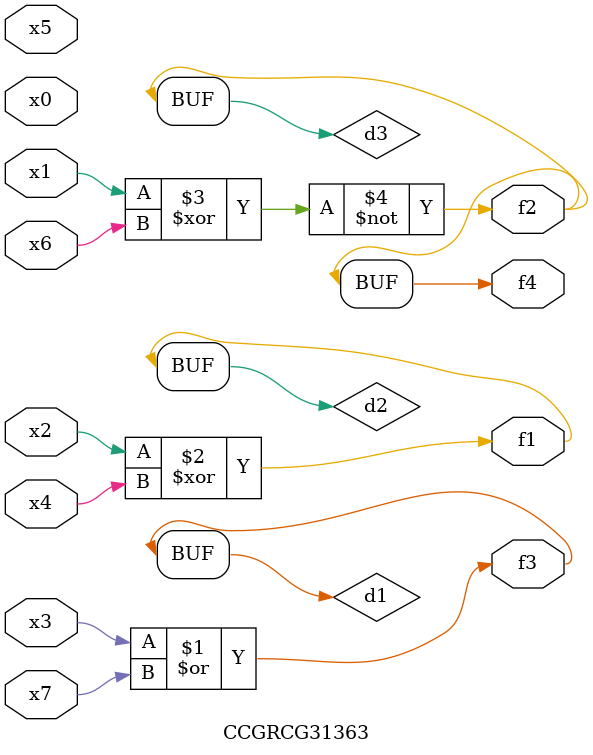
<source format=v>
module CCGRCG31363(
	input x0, x1, x2, x3, x4, x5, x6, x7,
	output f1, f2, f3, f4
);

	wire d1, d2, d3;

	or (d1, x3, x7);
	xor (d2, x2, x4);
	xnor (d3, x1, x6);
	assign f1 = d2;
	assign f2 = d3;
	assign f3 = d1;
	assign f4 = d3;
endmodule

</source>
